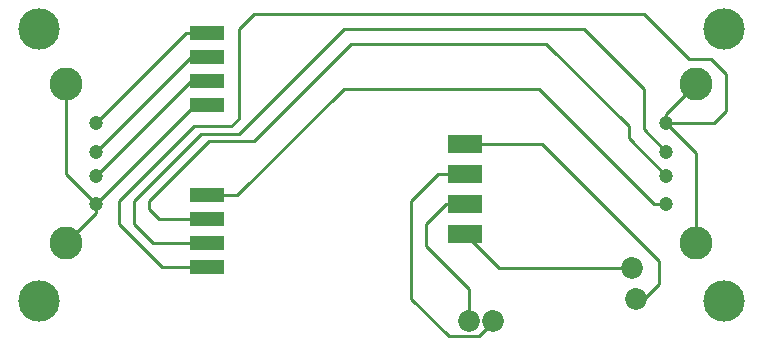
<source format=gbr>
G04 #@! TF.FileFunction,Copper,L1,Top,Signal*
%FSLAX46Y46*%
G04 Gerber Fmt 4.6, Leading zero omitted, Abs format (unit mm)*
G04 Created by KiCad (PCBNEW 4.0.5+dfsg1-4) date Sat Aug 11 18:46:33 2018*
%MOMM*%
%LPD*%
G01*
G04 APERTURE LIST*
%ADD10C,0.100000*%
%ADD11C,3.500000*%
%ADD12C,1.200000*%
%ADD13C,2.800000*%
%ADD14C,1.850000*%
%ADD15R,3.000000X1.524000*%
%ADD16R,3.000000X1.200000*%
%ADD17C,0.250000*%
G04 APERTURE END LIST*
D10*
D11*
X124700000Y-85100000D03*
X124700000Y-108100000D03*
X182700000Y-108100000D03*
X182700000Y-85100000D03*
D12*
X177800000Y-99949000D03*
X177800000Y-97536000D03*
X177800000Y-95504000D03*
X177800000Y-93091000D03*
D13*
X180340000Y-89789000D03*
X180340000Y-103251000D03*
D12*
X129540000Y-93091000D03*
X129540000Y-95504000D03*
X129540000Y-97536000D03*
X129540000Y-99949000D03*
D13*
X127000000Y-103251000D03*
X127000000Y-89789000D03*
D14*
X175260000Y-107950000D03*
X174942500Y-105346500D03*
X163131500Y-109791500D03*
X161099500Y-109791500D03*
D15*
X160782000Y-102489000D03*
X160782000Y-99949000D03*
X160782000Y-97409000D03*
X160782000Y-94869000D03*
D16*
X138938000Y-85471000D03*
X138938000Y-87503000D03*
X138938000Y-89535000D03*
X138938000Y-91567000D03*
X138938000Y-99187000D03*
X138938000Y-101219000D03*
X138938000Y-103251000D03*
X138938000Y-105283000D03*
D17*
X175260000Y-107950000D02*
X175895000Y-107950000D01*
X175895000Y-107950000D02*
X177165000Y-106680000D01*
X177165000Y-106680000D02*
X177165000Y-104775000D01*
X177165000Y-104775000D02*
X167259000Y-94869000D01*
X167259000Y-94869000D02*
X160782000Y-94869000D01*
X174942500Y-105346500D02*
X163639500Y-105346500D01*
X163639500Y-105346500D02*
X160782000Y-102489000D01*
X163131500Y-109791500D02*
X163131500Y-109918500D01*
X163131500Y-109918500D02*
X161925000Y-111125000D01*
X161925000Y-111125000D02*
X159385000Y-111125000D01*
X159385000Y-111125000D02*
X156210000Y-107950000D01*
X156210000Y-107950000D02*
X156210000Y-99695000D01*
X156210000Y-99695000D02*
X158496000Y-97409000D01*
X158496000Y-97409000D02*
X160782000Y-97409000D01*
X161099500Y-109791500D02*
X161099500Y-107124500D01*
X159131000Y-99949000D02*
X160782000Y-99949000D01*
X157480000Y-101600000D02*
X159131000Y-99949000D01*
X157480000Y-103505000D02*
X157480000Y-101600000D01*
X161099500Y-107124500D02*
X157480000Y-103505000D01*
X177800000Y-99949000D02*
X176784000Y-99949000D01*
X141478000Y-99187000D02*
X138938000Y-99187000D01*
X150495000Y-90170000D02*
X141478000Y-99187000D01*
X167005000Y-90170000D02*
X150495000Y-90170000D01*
X176784000Y-99949000D02*
X167005000Y-90170000D01*
X138938000Y-101219000D02*
X134874000Y-101219000D01*
X174625000Y-94361000D02*
X177800000Y-97536000D01*
X174625000Y-93345000D02*
X174625000Y-94361000D01*
X167640000Y-86360000D02*
X174625000Y-93345000D01*
X151130000Y-86360000D02*
X167640000Y-86360000D01*
X142875000Y-94615000D02*
X151130000Y-86360000D01*
X139065000Y-94615000D02*
X142875000Y-94615000D01*
X133985000Y-99695000D02*
X139065000Y-94615000D01*
X133985000Y-100330000D02*
X133985000Y-99695000D01*
X134874000Y-101219000D02*
X133985000Y-100330000D01*
X138938000Y-103251000D02*
X134366000Y-103251000D01*
X175895000Y-93599000D02*
X177800000Y-95504000D01*
X175895000Y-90170000D02*
X175895000Y-93599000D01*
X170815000Y-85090000D02*
X175895000Y-90170000D01*
X150495000Y-85090000D02*
X170815000Y-85090000D01*
X141605000Y-93980000D02*
X150495000Y-85090000D01*
X138430000Y-93980000D02*
X141605000Y-93980000D01*
X132715000Y-99695000D02*
X138430000Y-93980000D01*
X132715000Y-101600000D02*
X132715000Y-99695000D01*
X134366000Y-103251000D02*
X132715000Y-101600000D01*
X139192000Y-103505000D02*
X138938000Y-103251000D01*
X138938000Y-105283000D02*
X135128000Y-105283000D01*
X181864000Y-93091000D02*
X177800000Y-93091000D01*
X182880000Y-92075000D02*
X181864000Y-93091000D01*
X182880000Y-88900000D02*
X182880000Y-92075000D01*
X181610000Y-87630000D02*
X182880000Y-88900000D01*
X179705000Y-87630000D02*
X181610000Y-87630000D01*
X175895000Y-83820000D02*
X179705000Y-87630000D01*
X142875000Y-83820000D02*
X175895000Y-83820000D01*
X141605000Y-85090000D02*
X142875000Y-83820000D01*
X141605000Y-92710000D02*
X141605000Y-85090000D01*
X140970000Y-93345000D02*
X141605000Y-92710000D01*
X137795000Y-93345000D02*
X140970000Y-93345000D01*
X131445000Y-99695000D02*
X137795000Y-93345000D01*
X131445000Y-101600000D02*
X131445000Y-99695000D01*
X135128000Y-105283000D02*
X131445000Y-101600000D01*
X180340000Y-103251000D02*
X180340000Y-95631000D01*
X180340000Y-95631000D02*
X177800000Y-93091000D01*
X177800000Y-93091000D02*
X177800000Y-92329000D01*
X177800000Y-92329000D02*
X180340000Y-89789000D01*
X138938000Y-85471000D02*
X137160000Y-85471000D01*
X137160000Y-85471000D02*
X129540000Y-93091000D01*
X138938000Y-87503000D02*
X137541000Y-87503000D01*
X137541000Y-87503000D02*
X129540000Y-95504000D01*
X138938000Y-89535000D02*
X137541000Y-89535000D01*
X137541000Y-89535000D02*
X129540000Y-97536000D01*
X127000000Y-89789000D02*
X127000000Y-97409000D01*
X127000000Y-97409000D02*
X129540000Y-99949000D01*
X129540000Y-99949000D02*
X129540000Y-100711000D01*
X129540000Y-100711000D02*
X127000000Y-103251000D01*
X138938000Y-91567000D02*
X137922000Y-91567000D01*
X137922000Y-91567000D02*
X129540000Y-99949000D01*
M02*

</source>
